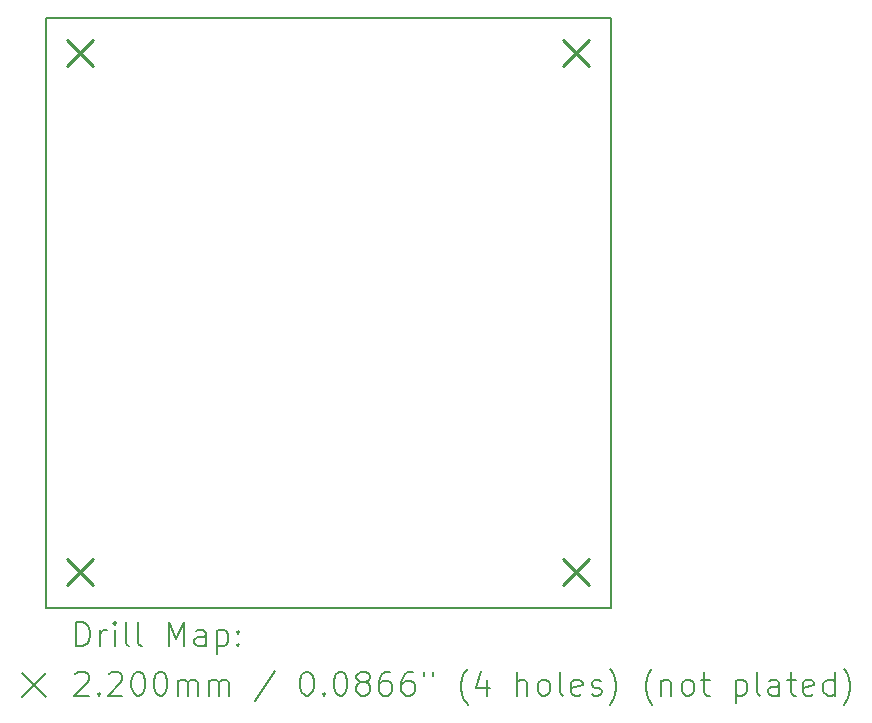
<source format=gbr>
%TF.GenerationSoftware,KiCad,Pcbnew,7.0.7-7.0.7~ubuntu22.04.1*%
%TF.CreationDate,2023-09-20T09:52:43-03:00*%
%TF.ProjectId,CTB-02,4354422d-3032-42e6-9b69-6361645f7063,rev?*%
%TF.SameCoordinates,Original*%
%TF.FileFunction,Drillmap*%
%TF.FilePolarity,Positive*%
%FSLAX45Y45*%
G04 Gerber Fmt 4.5, Leading zero omitted, Abs format (unit mm)*
G04 Created by KiCad (PCBNEW 7.0.7-7.0.7~ubuntu22.04.1) date 2023-09-20 09:52:43*
%MOMM*%
%LPD*%
G01*
G04 APERTURE LIST*
%ADD10C,0.150000*%
%ADD11C,0.200000*%
%ADD12C,0.220000*%
G04 APERTURE END LIST*
D10*
X12600000Y-6504500D02*
X17380000Y-6504500D01*
X17380000Y-11504500D01*
X12600000Y-11504500D01*
X12600000Y-6504500D01*
D11*
D12*
X12770000Y-6690000D02*
X12990000Y-6910000D01*
X12990000Y-6690000D02*
X12770000Y-6910000D01*
X12770000Y-11090000D02*
X12990000Y-11310000D01*
X12990000Y-11090000D02*
X12770000Y-11310000D01*
X16970000Y-6690000D02*
X17190000Y-6910000D01*
X17190000Y-6690000D02*
X16970000Y-6910000D01*
X16970000Y-11090000D02*
X17190000Y-11310000D01*
X17190000Y-11090000D02*
X16970000Y-11310000D01*
D11*
X12853277Y-11823484D02*
X12853277Y-11623484D01*
X12853277Y-11623484D02*
X12900896Y-11623484D01*
X12900896Y-11623484D02*
X12929467Y-11633008D01*
X12929467Y-11633008D02*
X12948515Y-11652055D01*
X12948515Y-11652055D02*
X12958039Y-11671103D01*
X12958039Y-11671103D02*
X12967562Y-11709198D01*
X12967562Y-11709198D02*
X12967562Y-11737769D01*
X12967562Y-11737769D02*
X12958039Y-11775865D01*
X12958039Y-11775865D02*
X12948515Y-11794912D01*
X12948515Y-11794912D02*
X12929467Y-11813960D01*
X12929467Y-11813960D02*
X12900896Y-11823484D01*
X12900896Y-11823484D02*
X12853277Y-11823484D01*
X13053277Y-11823484D02*
X13053277Y-11690150D01*
X13053277Y-11728246D02*
X13062801Y-11709198D01*
X13062801Y-11709198D02*
X13072324Y-11699674D01*
X13072324Y-11699674D02*
X13091372Y-11690150D01*
X13091372Y-11690150D02*
X13110420Y-11690150D01*
X13177086Y-11823484D02*
X13177086Y-11690150D01*
X13177086Y-11623484D02*
X13167562Y-11633008D01*
X13167562Y-11633008D02*
X13177086Y-11642531D01*
X13177086Y-11642531D02*
X13186610Y-11633008D01*
X13186610Y-11633008D02*
X13177086Y-11623484D01*
X13177086Y-11623484D02*
X13177086Y-11642531D01*
X13300896Y-11823484D02*
X13281848Y-11813960D01*
X13281848Y-11813960D02*
X13272324Y-11794912D01*
X13272324Y-11794912D02*
X13272324Y-11623484D01*
X13405658Y-11823484D02*
X13386610Y-11813960D01*
X13386610Y-11813960D02*
X13377086Y-11794912D01*
X13377086Y-11794912D02*
X13377086Y-11623484D01*
X13634229Y-11823484D02*
X13634229Y-11623484D01*
X13634229Y-11623484D02*
X13700896Y-11766341D01*
X13700896Y-11766341D02*
X13767562Y-11623484D01*
X13767562Y-11623484D02*
X13767562Y-11823484D01*
X13948515Y-11823484D02*
X13948515Y-11718722D01*
X13948515Y-11718722D02*
X13938991Y-11699674D01*
X13938991Y-11699674D02*
X13919943Y-11690150D01*
X13919943Y-11690150D02*
X13881848Y-11690150D01*
X13881848Y-11690150D02*
X13862801Y-11699674D01*
X13948515Y-11813960D02*
X13929467Y-11823484D01*
X13929467Y-11823484D02*
X13881848Y-11823484D01*
X13881848Y-11823484D02*
X13862801Y-11813960D01*
X13862801Y-11813960D02*
X13853277Y-11794912D01*
X13853277Y-11794912D02*
X13853277Y-11775865D01*
X13853277Y-11775865D02*
X13862801Y-11756817D01*
X13862801Y-11756817D02*
X13881848Y-11747293D01*
X13881848Y-11747293D02*
X13929467Y-11747293D01*
X13929467Y-11747293D02*
X13948515Y-11737769D01*
X14043753Y-11690150D02*
X14043753Y-11890150D01*
X14043753Y-11699674D02*
X14062801Y-11690150D01*
X14062801Y-11690150D02*
X14100896Y-11690150D01*
X14100896Y-11690150D02*
X14119943Y-11699674D01*
X14119943Y-11699674D02*
X14129467Y-11709198D01*
X14129467Y-11709198D02*
X14138991Y-11728246D01*
X14138991Y-11728246D02*
X14138991Y-11785388D01*
X14138991Y-11785388D02*
X14129467Y-11804436D01*
X14129467Y-11804436D02*
X14119943Y-11813960D01*
X14119943Y-11813960D02*
X14100896Y-11823484D01*
X14100896Y-11823484D02*
X14062801Y-11823484D01*
X14062801Y-11823484D02*
X14043753Y-11813960D01*
X14224705Y-11804436D02*
X14234229Y-11813960D01*
X14234229Y-11813960D02*
X14224705Y-11823484D01*
X14224705Y-11823484D02*
X14215182Y-11813960D01*
X14215182Y-11813960D02*
X14224705Y-11804436D01*
X14224705Y-11804436D02*
X14224705Y-11823484D01*
X14224705Y-11699674D02*
X14234229Y-11709198D01*
X14234229Y-11709198D02*
X14224705Y-11718722D01*
X14224705Y-11718722D02*
X14215182Y-11709198D01*
X14215182Y-11709198D02*
X14224705Y-11699674D01*
X14224705Y-11699674D02*
X14224705Y-11718722D01*
X12392500Y-12052000D02*
X12592500Y-12252000D01*
X12592500Y-12052000D02*
X12392500Y-12252000D01*
X12843753Y-12062531D02*
X12853277Y-12053008D01*
X12853277Y-12053008D02*
X12872324Y-12043484D01*
X12872324Y-12043484D02*
X12919943Y-12043484D01*
X12919943Y-12043484D02*
X12938991Y-12053008D01*
X12938991Y-12053008D02*
X12948515Y-12062531D01*
X12948515Y-12062531D02*
X12958039Y-12081579D01*
X12958039Y-12081579D02*
X12958039Y-12100627D01*
X12958039Y-12100627D02*
X12948515Y-12129198D01*
X12948515Y-12129198D02*
X12834229Y-12243484D01*
X12834229Y-12243484D02*
X12958039Y-12243484D01*
X13043753Y-12224436D02*
X13053277Y-12233960D01*
X13053277Y-12233960D02*
X13043753Y-12243484D01*
X13043753Y-12243484D02*
X13034229Y-12233960D01*
X13034229Y-12233960D02*
X13043753Y-12224436D01*
X13043753Y-12224436D02*
X13043753Y-12243484D01*
X13129467Y-12062531D02*
X13138991Y-12053008D01*
X13138991Y-12053008D02*
X13158039Y-12043484D01*
X13158039Y-12043484D02*
X13205658Y-12043484D01*
X13205658Y-12043484D02*
X13224705Y-12053008D01*
X13224705Y-12053008D02*
X13234229Y-12062531D01*
X13234229Y-12062531D02*
X13243753Y-12081579D01*
X13243753Y-12081579D02*
X13243753Y-12100627D01*
X13243753Y-12100627D02*
X13234229Y-12129198D01*
X13234229Y-12129198D02*
X13119943Y-12243484D01*
X13119943Y-12243484D02*
X13243753Y-12243484D01*
X13367562Y-12043484D02*
X13386610Y-12043484D01*
X13386610Y-12043484D02*
X13405658Y-12053008D01*
X13405658Y-12053008D02*
X13415182Y-12062531D01*
X13415182Y-12062531D02*
X13424705Y-12081579D01*
X13424705Y-12081579D02*
X13434229Y-12119674D01*
X13434229Y-12119674D02*
X13434229Y-12167293D01*
X13434229Y-12167293D02*
X13424705Y-12205388D01*
X13424705Y-12205388D02*
X13415182Y-12224436D01*
X13415182Y-12224436D02*
X13405658Y-12233960D01*
X13405658Y-12233960D02*
X13386610Y-12243484D01*
X13386610Y-12243484D02*
X13367562Y-12243484D01*
X13367562Y-12243484D02*
X13348515Y-12233960D01*
X13348515Y-12233960D02*
X13338991Y-12224436D01*
X13338991Y-12224436D02*
X13329467Y-12205388D01*
X13329467Y-12205388D02*
X13319943Y-12167293D01*
X13319943Y-12167293D02*
X13319943Y-12119674D01*
X13319943Y-12119674D02*
X13329467Y-12081579D01*
X13329467Y-12081579D02*
X13338991Y-12062531D01*
X13338991Y-12062531D02*
X13348515Y-12053008D01*
X13348515Y-12053008D02*
X13367562Y-12043484D01*
X13558039Y-12043484D02*
X13577086Y-12043484D01*
X13577086Y-12043484D02*
X13596134Y-12053008D01*
X13596134Y-12053008D02*
X13605658Y-12062531D01*
X13605658Y-12062531D02*
X13615182Y-12081579D01*
X13615182Y-12081579D02*
X13624705Y-12119674D01*
X13624705Y-12119674D02*
X13624705Y-12167293D01*
X13624705Y-12167293D02*
X13615182Y-12205388D01*
X13615182Y-12205388D02*
X13605658Y-12224436D01*
X13605658Y-12224436D02*
X13596134Y-12233960D01*
X13596134Y-12233960D02*
X13577086Y-12243484D01*
X13577086Y-12243484D02*
X13558039Y-12243484D01*
X13558039Y-12243484D02*
X13538991Y-12233960D01*
X13538991Y-12233960D02*
X13529467Y-12224436D01*
X13529467Y-12224436D02*
X13519943Y-12205388D01*
X13519943Y-12205388D02*
X13510420Y-12167293D01*
X13510420Y-12167293D02*
X13510420Y-12119674D01*
X13510420Y-12119674D02*
X13519943Y-12081579D01*
X13519943Y-12081579D02*
X13529467Y-12062531D01*
X13529467Y-12062531D02*
X13538991Y-12053008D01*
X13538991Y-12053008D02*
X13558039Y-12043484D01*
X13710420Y-12243484D02*
X13710420Y-12110150D01*
X13710420Y-12129198D02*
X13719943Y-12119674D01*
X13719943Y-12119674D02*
X13738991Y-12110150D01*
X13738991Y-12110150D02*
X13767563Y-12110150D01*
X13767563Y-12110150D02*
X13786610Y-12119674D01*
X13786610Y-12119674D02*
X13796134Y-12138722D01*
X13796134Y-12138722D02*
X13796134Y-12243484D01*
X13796134Y-12138722D02*
X13805658Y-12119674D01*
X13805658Y-12119674D02*
X13824705Y-12110150D01*
X13824705Y-12110150D02*
X13853277Y-12110150D01*
X13853277Y-12110150D02*
X13872324Y-12119674D01*
X13872324Y-12119674D02*
X13881848Y-12138722D01*
X13881848Y-12138722D02*
X13881848Y-12243484D01*
X13977086Y-12243484D02*
X13977086Y-12110150D01*
X13977086Y-12129198D02*
X13986610Y-12119674D01*
X13986610Y-12119674D02*
X14005658Y-12110150D01*
X14005658Y-12110150D02*
X14034229Y-12110150D01*
X14034229Y-12110150D02*
X14053277Y-12119674D01*
X14053277Y-12119674D02*
X14062801Y-12138722D01*
X14062801Y-12138722D02*
X14062801Y-12243484D01*
X14062801Y-12138722D02*
X14072324Y-12119674D01*
X14072324Y-12119674D02*
X14091372Y-12110150D01*
X14091372Y-12110150D02*
X14119943Y-12110150D01*
X14119943Y-12110150D02*
X14138991Y-12119674D01*
X14138991Y-12119674D02*
X14148515Y-12138722D01*
X14148515Y-12138722D02*
X14148515Y-12243484D01*
X14538991Y-12033960D02*
X14367563Y-12291103D01*
X14796134Y-12043484D02*
X14815182Y-12043484D01*
X14815182Y-12043484D02*
X14834229Y-12053008D01*
X14834229Y-12053008D02*
X14843753Y-12062531D01*
X14843753Y-12062531D02*
X14853277Y-12081579D01*
X14853277Y-12081579D02*
X14862801Y-12119674D01*
X14862801Y-12119674D02*
X14862801Y-12167293D01*
X14862801Y-12167293D02*
X14853277Y-12205388D01*
X14853277Y-12205388D02*
X14843753Y-12224436D01*
X14843753Y-12224436D02*
X14834229Y-12233960D01*
X14834229Y-12233960D02*
X14815182Y-12243484D01*
X14815182Y-12243484D02*
X14796134Y-12243484D01*
X14796134Y-12243484D02*
X14777086Y-12233960D01*
X14777086Y-12233960D02*
X14767563Y-12224436D01*
X14767563Y-12224436D02*
X14758039Y-12205388D01*
X14758039Y-12205388D02*
X14748515Y-12167293D01*
X14748515Y-12167293D02*
X14748515Y-12119674D01*
X14748515Y-12119674D02*
X14758039Y-12081579D01*
X14758039Y-12081579D02*
X14767563Y-12062531D01*
X14767563Y-12062531D02*
X14777086Y-12053008D01*
X14777086Y-12053008D02*
X14796134Y-12043484D01*
X14948515Y-12224436D02*
X14958039Y-12233960D01*
X14958039Y-12233960D02*
X14948515Y-12243484D01*
X14948515Y-12243484D02*
X14938991Y-12233960D01*
X14938991Y-12233960D02*
X14948515Y-12224436D01*
X14948515Y-12224436D02*
X14948515Y-12243484D01*
X15081848Y-12043484D02*
X15100896Y-12043484D01*
X15100896Y-12043484D02*
X15119944Y-12053008D01*
X15119944Y-12053008D02*
X15129467Y-12062531D01*
X15129467Y-12062531D02*
X15138991Y-12081579D01*
X15138991Y-12081579D02*
X15148515Y-12119674D01*
X15148515Y-12119674D02*
X15148515Y-12167293D01*
X15148515Y-12167293D02*
X15138991Y-12205388D01*
X15138991Y-12205388D02*
X15129467Y-12224436D01*
X15129467Y-12224436D02*
X15119944Y-12233960D01*
X15119944Y-12233960D02*
X15100896Y-12243484D01*
X15100896Y-12243484D02*
X15081848Y-12243484D01*
X15081848Y-12243484D02*
X15062801Y-12233960D01*
X15062801Y-12233960D02*
X15053277Y-12224436D01*
X15053277Y-12224436D02*
X15043753Y-12205388D01*
X15043753Y-12205388D02*
X15034229Y-12167293D01*
X15034229Y-12167293D02*
X15034229Y-12119674D01*
X15034229Y-12119674D02*
X15043753Y-12081579D01*
X15043753Y-12081579D02*
X15053277Y-12062531D01*
X15053277Y-12062531D02*
X15062801Y-12053008D01*
X15062801Y-12053008D02*
X15081848Y-12043484D01*
X15262801Y-12129198D02*
X15243753Y-12119674D01*
X15243753Y-12119674D02*
X15234229Y-12110150D01*
X15234229Y-12110150D02*
X15224706Y-12091103D01*
X15224706Y-12091103D02*
X15224706Y-12081579D01*
X15224706Y-12081579D02*
X15234229Y-12062531D01*
X15234229Y-12062531D02*
X15243753Y-12053008D01*
X15243753Y-12053008D02*
X15262801Y-12043484D01*
X15262801Y-12043484D02*
X15300896Y-12043484D01*
X15300896Y-12043484D02*
X15319944Y-12053008D01*
X15319944Y-12053008D02*
X15329467Y-12062531D01*
X15329467Y-12062531D02*
X15338991Y-12081579D01*
X15338991Y-12081579D02*
X15338991Y-12091103D01*
X15338991Y-12091103D02*
X15329467Y-12110150D01*
X15329467Y-12110150D02*
X15319944Y-12119674D01*
X15319944Y-12119674D02*
X15300896Y-12129198D01*
X15300896Y-12129198D02*
X15262801Y-12129198D01*
X15262801Y-12129198D02*
X15243753Y-12138722D01*
X15243753Y-12138722D02*
X15234229Y-12148246D01*
X15234229Y-12148246D02*
X15224706Y-12167293D01*
X15224706Y-12167293D02*
X15224706Y-12205388D01*
X15224706Y-12205388D02*
X15234229Y-12224436D01*
X15234229Y-12224436D02*
X15243753Y-12233960D01*
X15243753Y-12233960D02*
X15262801Y-12243484D01*
X15262801Y-12243484D02*
X15300896Y-12243484D01*
X15300896Y-12243484D02*
X15319944Y-12233960D01*
X15319944Y-12233960D02*
X15329467Y-12224436D01*
X15329467Y-12224436D02*
X15338991Y-12205388D01*
X15338991Y-12205388D02*
X15338991Y-12167293D01*
X15338991Y-12167293D02*
X15329467Y-12148246D01*
X15329467Y-12148246D02*
X15319944Y-12138722D01*
X15319944Y-12138722D02*
X15300896Y-12129198D01*
X15510420Y-12043484D02*
X15472325Y-12043484D01*
X15472325Y-12043484D02*
X15453277Y-12053008D01*
X15453277Y-12053008D02*
X15443753Y-12062531D01*
X15443753Y-12062531D02*
X15424706Y-12091103D01*
X15424706Y-12091103D02*
X15415182Y-12129198D01*
X15415182Y-12129198D02*
X15415182Y-12205388D01*
X15415182Y-12205388D02*
X15424706Y-12224436D01*
X15424706Y-12224436D02*
X15434229Y-12233960D01*
X15434229Y-12233960D02*
X15453277Y-12243484D01*
X15453277Y-12243484D02*
X15491372Y-12243484D01*
X15491372Y-12243484D02*
X15510420Y-12233960D01*
X15510420Y-12233960D02*
X15519944Y-12224436D01*
X15519944Y-12224436D02*
X15529467Y-12205388D01*
X15529467Y-12205388D02*
X15529467Y-12157769D01*
X15529467Y-12157769D02*
X15519944Y-12138722D01*
X15519944Y-12138722D02*
X15510420Y-12129198D01*
X15510420Y-12129198D02*
X15491372Y-12119674D01*
X15491372Y-12119674D02*
X15453277Y-12119674D01*
X15453277Y-12119674D02*
X15434229Y-12129198D01*
X15434229Y-12129198D02*
X15424706Y-12138722D01*
X15424706Y-12138722D02*
X15415182Y-12157769D01*
X15700896Y-12043484D02*
X15662801Y-12043484D01*
X15662801Y-12043484D02*
X15643753Y-12053008D01*
X15643753Y-12053008D02*
X15634229Y-12062531D01*
X15634229Y-12062531D02*
X15615182Y-12091103D01*
X15615182Y-12091103D02*
X15605658Y-12129198D01*
X15605658Y-12129198D02*
X15605658Y-12205388D01*
X15605658Y-12205388D02*
X15615182Y-12224436D01*
X15615182Y-12224436D02*
X15624706Y-12233960D01*
X15624706Y-12233960D02*
X15643753Y-12243484D01*
X15643753Y-12243484D02*
X15681848Y-12243484D01*
X15681848Y-12243484D02*
X15700896Y-12233960D01*
X15700896Y-12233960D02*
X15710420Y-12224436D01*
X15710420Y-12224436D02*
X15719944Y-12205388D01*
X15719944Y-12205388D02*
X15719944Y-12157769D01*
X15719944Y-12157769D02*
X15710420Y-12138722D01*
X15710420Y-12138722D02*
X15700896Y-12129198D01*
X15700896Y-12129198D02*
X15681848Y-12119674D01*
X15681848Y-12119674D02*
X15643753Y-12119674D01*
X15643753Y-12119674D02*
X15624706Y-12129198D01*
X15624706Y-12129198D02*
X15615182Y-12138722D01*
X15615182Y-12138722D02*
X15605658Y-12157769D01*
X15796134Y-12043484D02*
X15796134Y-12081579D01*
X15872325Y-12043484D02*
X15872325Y-12081579D01*
X16167563Y-12319674D02*
X16158039Y-12310150D01*
X16158039Y-12310150D02*
X16138991Y-12281579D01*
X16138991Y-12281579D02*
X16129468Y-12262531D01*
X16129468Y-12262531D02*
X16119944Y-12233960D01*
X16119944Y-12233960D02*
X16110420Y-12186341D01*
X16110420Y-12186341D02*
X16110420Y-12148246D01*
X16110420Y-12148246D02*
X16119944Y-12100627D01*
X16119944Y-12100627D02*
X16129468Y-12072055D01*
X16129468Y-12072055D02*
X16138991Y-12053008D01*
X16138991Y-12053008D02*
X16158039Y-12024436D01*
X16158039Y-12024436D02*
X16167563Y-12014912D01*
X16329468Y-12110150D02*
X16329468Y-12243484D01*
X16281848Y-12033960D02*
X16234229Y-12176817D01*
X16234229Y-12176817D02*
X16358039Y-12176817D01*
X16586610Y-12243484D02*
X16586610Y-12043484D01*
X16672325Y-12243484D02*
X16672325Y-12138722D01*
X16672325Y-12138722D02*
X16662801Y-12119674D01*
X16662801Y-12119674D02*
X16643753Y-12110150D01*
X16643753Y-12110150D02*
X16615182Y-12110150D01*
X16615182Y-12110150D02*
X16596134Y-12119674D01*
X16596134Y-12119674D02*
X16586610Y-12129198D01*
X16796134Y-12243484D02*
X16777087Y-12233960D01*
X16777087Y-12233960D02*
X16767563Y-12224436D01*
X16767563Y-12224436D02*
X16758039Y-12205388D01*
X16758039Y-12205388D02*
X16758039Y-12148246D01*
X16758039Y-12148246D02*
X16767563Y-12129198D01*
X16767563Y-12129198D02*
X16777087Y-12119674D01*
X16777087Y-12119674D02*
X16796134Y-12110150D01*
X16796134Y-12110150D02*
X16824706Y-12110150D01*
X16824706Y-12110150D02*
X16843753Y-12119674D01*
X16843753Y-12119674D02*
X16853277Y-12129198D01*
X16853277Y-12129198D02*
X16862801Y-12148246D01*
X16862801Y-12148246D02*
X16862801Y-12205388D01*
X16862801Y-12205388D02*
X16853277Y-12224436D01*
X16853277Y-12224436D02*
X16843753Y-12233960D01*
X16843753Y-12233960D02*
X16824706Y-12243484D01*
X16824706Y-12243484D02*
X16796134Y-12243484D01*
X16977087Y-12243484D02*
X16958039Y-12233960D01*
X16958039Y-12233960D02*
X16948515Y-12214912D01*
X16948515Y-12214912D02*
X16948515Y-12043484D01*
X17129468Y-12233960D02*
X17110420Y-12243484D01*
X17110420Y-12243484D02*
X17072325Y-12243484D01*
X17072325Y-12243484D02*
X17053277Y-12233960D01*
X17053277Y-12233960D02*
X17043753Y-12214912D01*
X17043753Y-12214912D02*
X17043753Y-12138722D01*
X17043753Y-12138722D02*
X17053277Y-12119674D01*
X17053277Y-12119674D02*
X17072325Y-12110150D01*
X17072325Y-12110150D02*
X17110420Y-12110150D01*
X17110420Y-12110150D02*
X17129468Y-12119674D01*
X17129468Y-12119674D02*
X17138992Y-12138722D01*
X17138992Y-12138722D02*
X17138992Y-12157769D01*
X17138992Y-12157769D02*
X17043753Y-12176817D01*
X17215182Y-12233960D02*
X17234230Y-12243484D01*
X17234230Y-12243484D02*
X17272325Y-12243484D01*
X17272325Y-12243484D02*
X17291373Y-12233960D01*
X17291373Y-12233960D02*
X17300896Y-12214912D01*
X17300896Y-12214912D02*
X17300896Y-12205388D01*
X17300896Y-12205388D02*
X17291373Y-12186341D01*
X17291373Y-12186341D02*
X17272325Y-12176817D01*
X17272325Y-12176817D02*
X17243753Y-12176817D01*
X17243753Y-12176817D02*
X17224706Y-12167293D01*
X17224706Y-12167293D02*
X17215182Y-12148246D01*
X17215182Y-12148246D02*
X17215182Y-12138722D01*
X17215182Y-12138722D02*
X17224706Y-12119674D01*
X17224706Y-12119674D02*
X17243753Y-12110150D01*
X17243753Y-12110150D02*
X17272325Y-12110150D01*
X17272325Y-12110150D02*
X17291373Y-12119674D01*
X17367563Y-12319674D02*
X17377087Y-12310150D01*
X17377087Y-12310150D02*
X17396134Y-12281579D01*
X17396134Y-12281579D02*
X17405658Y-12262531D01*
X17405658Y-12262531D02*
X17415182Y-12233960D01*
X17415182Y-12233960D02*
X17424706Y-12186341D01*
X17424706Y-12186341D02*
X17424706Y-12148246D01*
X17424706Y-12148246D02*
X17415182Y-12100627D01*
X17415182Y-12100627D02*
X17405658Y-12072055D01*
X17405658Y-12072055D02*
X17396134Y-12053008D01*
X17396134Y-12053008D02*
X17377087Y-12024436D01*
X17377087Y-12024436D02*
X17367563Y-12014912D01*
X17729468Y-12319674D02*
X17719944Y-12310150D01*
X17719944Y-12310150D02*
X17700896Y-12281579D01*
X17700896Y-12281579D02*
X17691373Y-12262531D01*
X17691373Y-12262531D02*
X17681849Y-12233960D01*
X17681849Y-12233960D02*
X17672325Y-12186341D01*
X17672325Y-12186341D02*
X17672325Y-12148246D01*
X17672325Y-12148246D02*
X17681849Y-12100627D01*
X17681849Y-12100627D02*
X17691373Y-12072055D01*
X17691373Y-12072055D02*
X17700896Y-12053008D01*
X17700896Y-12053008D02*
X17719944Y-12024436D01*
X17719944Y-12024436D02*
X17729468Y-12014912D01*
X17805658Y-12110150D02*
X17805658Y-12243484D01*
X17805658Y-12129198D02*
X17815182Y-12119674D01*
X17815182Y-12119674D02*
X17834230Y-12110150D01*
X17834230Y-12110150D02*
X17862801Y-12110150D01*
X17862801Y-12110150D02*
X17881849Y-12119674D01*
X17881849Y-12119674D02*
X17891373Y-12138722D01*
X17891373Y-12138722D02*
X17891373Y-12243484D01*
X18015182Y-12243484D02*
X17996134Y-12233960D01*
X17996134Y-12233960D02*
X17986611Y-12224436D01*
X17986611Y-12224436D02*
X17977087Y-12205388D01*
X17977087Y-12205388D02*
X17977087Y-12148246D01*
X17977087Y-12148246D02*
X17986611Y-12129198D01*
X17986611Y-12129198D02*
X17996134Y-12119674D01*
X17996134Y-12119674D02*
X18015182Y-12110150D01*
X18015182Y-12110150D02*
X18043754Y-12110150D01*
X18043754Y-12110150D02*
X18062801Y-12119674D01*
X18062801Y-12119674D02*
X18072325Y-12129198D01*
X18072325Y-12129198D02*
X18081849Y-12148246D01*
X18081849Y-12148246D02*
X18081849Y-12205388D01*
X18081849Y-12205388D02*
X18072325Y-12224436D01*
X18072325Y-12224436D02*
X18062801Y-12233960D01*
X18062801Y-12233960D02*
X18043754Y-12243484D01*
X18043754Y-12243484D02*
X18015182Y-12243484D01*
X18138992Y-12110150D02*
X18215182Y-12110150D01*
X18167563Y-12043484D02*
X18167563Y-12214912D01*
X18167563Y-12214912D02*
X18177087Y-12233960D01*
X18177087Y-12233960D02*
X18196134Y-12243484D01*
X18196134Y-12243484D02*
X18215182Y-12243484D01*
X18434230Y-12110150D02*
X18434230Y-12310150D01*
X18434230Y-12119674D02*
X18453277Y-12110150D01*
X18453277Y-12110150D02*
X18491373Y-12110150D01*
X18491373Y-12110150D02*
X18510420Y-12119674D01*
X18510420Y-12119674D02*
X18519944Y-12129198D01*
X18519944Y-12129198D02*
X18529468Y-12148246D01*
X18529468Y-12148246D02*
X18529468Y-12205388D01*
X18529468Y-12205388D02*
X18519944Y-12224436D01*
X18519944Y-12224436D02*
X18510420Y-12233960D01*
X18510420Y-12233960D02*
X18491373Y-12243484D01*
X18491373Y-12243484D02*
X18453277Y-12243484D01*
X18453277Y-12243484D02*
X18434230Y-12233960D01*
X18643754Y-12243484D02*
X18624706Y-12233960D01*
X18624706Y-12233960D02*
X18615182Y-12214912D01*
X18615182Y-12214912D02*
X18615182Y-12043484D01*
X18805658Y-12243484D02*
X18805658Y-12138722D01*
X18805658Y-12138722D02*
X18796135Y-12119674D01*
X18796135Y-12119674D02*
X18777087Y-12110150D01*
X18777087Y-12110150D02*
X18738992Y-12110150D01*
X18738992Y-12110150D02*
X18719944Y-12119674D01*
X18805658Y-12233960D02*
X18786611Y-12243484D01*
X18786611Y-12243484D02*
X18738992Y-12243484D01*
X18738992Y-12243484D02*
X18719944Y-12233960D01*
X18719944Y-12233960D02*
X18710420Y-12214912D01*
X18710420Y-12214912D02*
X18710420Y-12195865D01*
X18710420Y-12195865D02*
X18719944Y-12176817D01*
X18719944Y-12176817D02*
X18738992Y-12167293D01*
X18738992Y-12167293D02*
X18786611Y-12167293D01*
X18786611Y-12167293D02*
X18805658Y-12157769D01*
X18872325Y-12110150D02*
X18948515Y-12110150D01*
X18900896Y-12043484D02*
X18900896Y-12214912D01*
X18900896Y-12214912D02*
X18910420Y-12233960D01*
X18910420Y-12233960D02*
X18929468Y-12243484D01*
X18929468Y-12243484D02*
X18948515Y-12243484D01*
X19091373Y-12233960D02*
X19072325Y-12243484D01*
X19072325Y-12243484D02*
X19034230Y-12243484D01*
X19034230Y-12243484D02*
X19015182Y-12233960D01*
X19015182Y-12233960D02*
X19005658Y-12214912D01*
X19005658Y-12214912D02*
X19005658Y-12138722D01*
X19005658Y-12138722D02*
X19015182Y-12119674D01*
X19015182Y-12119674D02*
X19034230Y-12110150D01*
X19034230Y-12110150D02*
X19072325Y-12110150D01*
X19072325Y-12110150D02*
X19091373Y-12119674D01*
X19091373Y-12119674D02*
X19100896Y-12138722D01*
X19100896Y-12138722D02*
X19100896Y-12157769D01*
X19100896Y-12157769D02*
X19005658Y-12176817D01*
X19272325Y-12243484D02*
X19272325Y-12043484D01*
X19272325Y-12233960D02*
X19253277Y-12243484D01*
X19253277Y-12243484D02*
X19215182Y-12243484D01*
X19215182Y-12243484D02*
X19196135Y-12233960D01*
X19196135Y-12233960D02*
X19186611Y-12224436D01*
X19186611Y-12224436D02*
X19177087Y-12205388D01*
X19177087Y-12205388D02*
X19177087Y-12148246D01*
X19177087Y-12148246D02*
X19186611Y-12129198D01*
X19186611Y-12129198D02*
X19196135Y-12119674D01*
X19196135Y-12119674D02*
X19215182Y-12110150D01*
X19215182Y-12110150D02*
X19253277Y-12110150D01*
X19253277Y-12110150D02*
X19272325Y-12119674D01*
X19348516Y-12319674D02*
X19358039Y-12310150D01*
X19358039Y-12310150D02*
X19377087Y-12281579D01*
X19377087Y-12281579D02*
X19386611Y-12262531D01*
X19386611Y-12262531D02*
X19396135Y-12233960D01*
X19396135Y-12233960D02*
X19405658Y-12186341D01*
X19405658Y-12186341D02*
X19405658Y-12148246D01*
X19405658Y-12148246D02*
X19396135Y-12100627D01*
X19396135Y-12100627D02*
X19386611Y-12072055D01*
X19386611Y-12072055D02*
X19377087Y-12053008D01*
X19377087Y-12053008D02*
X19358039Y-12024436D01*
X19358039Y-12024436D02*
X19348516Y-12014912D01*
M02*

</source>
